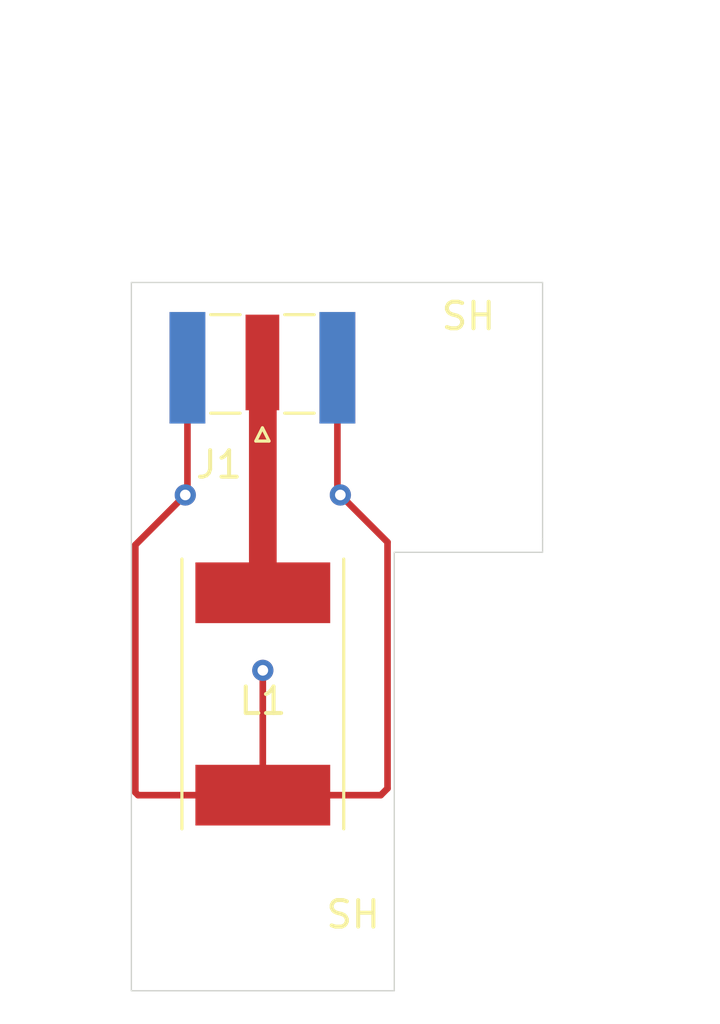
<source format=kicad_pcb>
(kicad_pcb (version 20211014) (generator pcbnew)
  (layers (0 "F.Cu" signal) (31 "B.Cu" signal) (34 "B.Paste" user) (35 "F.Paste" user) (36 "B.SilkS" user "B.Silkscreen") (37 "F.SilkS" user "F.Silkscreen") (38 "B.Mask" user) (39 "F.Mask" user) (44 "Edge.Cuts" user))
  (net 0 "")
  (net 1 "GND")
  (net 2 "Net-(J1-Pad1)")
  (footprint "Connector_Coaxial:SMA_Samtec_SMA-J-P-X-ST-EM1_EdgeMount" (layer "F.Cu") (at 139.05 99.9855 180)
    (fp_text reference "J1" (at 1.636 -3.6465) (layer "F.SilkS"))
    (fp_text value "Conn_Coaxial")
    (fp_line (start -0.25 -2.76) (end 0 -2.26) (layer "F.SilkS") (width 0.12))
    (fp_line (start 0.84 2) (end 1.95 2) (layer "F.SilkS") (width 0.12))
    (fp_line (start -1.95 2) (end -0.84 2) (layer "F.SilkS") (width 0.12))
    (fp_line (start 0.84 -1.71) (end 1.95 -1.71) (layer "F.SilkS") (width 0.12))
    (fp_line (start -1.95 -1.71) (end -0.84 -1.71) (layer "F.SilkS") (width 0.12))
    (fp_line (start 0.25 -2.76) (end -0.25 -2.76) (layer "F.SilkS") (width 0.12))
    (fp_line (start 0 -2.26) (end 0.25 -2.76) (layer "F.SilkS") (width 0.12))
    (pad "1" smd rect (at 0 0.2 180) (size 1.27 3.6) (layers "F.Cu" "F.Paste" "F.Mask") (net 2 "Net-(J1-Pad1)"))
    (pad "2" smd rect (at 2.825 0 180) (size 1.35 4.2) (layers "B.Cu" "B.Paste" "B.Mask") (net 1 "GND"))
    (pad "2" smd rect (at 2.825 0 180) (size 1.35 4.2) (layers "F.Cu" "F.Paste" "F.Mask") (net 1 "GND"))
    (pad "2" smd rect (at -2.825 0 180) (size 1.35 4.2) (layers "B.Cu" "B.Paste" "B.Mask") (net 1 "GND"))
    (pad "2" smd rect (at -2.825 0 180) (size 1.35 4.2) (layers "F.Cu" "F.Paste" "F.Mask") (net 1 "GND"))
  )
  (footprint "L_Coil:L_Coil" (layer "F.Cu") (at 139.065 109.474 180)
    (fp_text reference "L1" (at 0 -3.056) (layer "F.SilkS"))
    (fp_text value "L")
    (fp_line (start 3.048 -7.874) (end 3.048 2.286) (layer "F.SilkS") (width 0.12))
    (fp_line (start -3.048 -7.874) (end -3.048 2.286) (layer "F.SilkS") (width 0.12))
    (pad "1" smd rect locked (at 0 1.016 180) (size 5.08 2.286) (layers "F.Cu" "F.Paste" "F.Mask") (net 2 "Net-(J1-Pad1)"))
    (pad "2" smd rect locked (at 0 -6.604 180) (size 5.08 2.286) (layers "F.Cu" "F.Paste" "F.Mask") (net 1 "GND"))
  )
  (footprint "MountingHole:MountingHole_2.2mm_M2" (layer "F.Cu") (at 139.065 120.65)
    (fp_text reference "SH" (at 3.4036 -0.0762) (layer "F.SilkS"))
    (fp_text value "MountingHole_2.2mm_M2")
    (pad "" np_thru_hole circle (at 0 0) (size 2.2 2.2) (drill 2.2) (layers *.Cu *.Mask))
  )
  (footprint "MountingHole:MountingHole_2.2mm_M2" (layer "F.Cu") (at 146.812 101.346)
    (fp_text reference "SH" (at 0 -3.302) (layer "F.SilkS"))
    (fp_text value "MountingHole_2.2mm_M2")
    (pad "" np_thru_hole circle (at 0 0) (size 2.2 2.2) (drill 2.2) (layers *.Cu *.Mask))
  )
  (gr_line (start 149.606 96.774) (end 149.606 106.426) (layer "Edge.Cuts") (width 0.05))
  (gr_line (start 149.606 106.426) (end 149.606 106.934) (layer "Edge.Cuts") (width 0.05))
  (gr_line (start 144.018 106.934) (end 144.018 123.444) (layer "Edge.Cuts") (width 0.05))
  (gr_line (start 134.112 96.774) (end 149.606 96.774) (layer "Edge.Cuts") (width 0.05))
  (gr_line (start 144.018 123.444) (end 134.112 123.444) (layer "Edge.Cuts") (width 0.05))
  (gr_line (start 149.606 106.934) (end 144.018 106.934) (layer "Edge.Cuts") (width 0.05))
  (gr_line (start 134.112 123.444) (end 134.112 96.774) (layer "Edge.Cuts") (width 0.05))
  (segment (start 139.065 111.379) (end 139.065 116.078) (width 0.25) (layer "F.Cu") (net 1))
  (segment (start 136.225 99.9855) (end 136.225 104.694) (width 0.25) (layer "F.Cu") (net 1))
  (segment (start 141.875 99.9855) (end 141.875 104.664) (width 0.25) (layer "F.Cu") (net 1))
  (segment (start 134.366 116.078) (end 134.262 115.974) (width 0.25) (layer "F.Cu") (net 1))
  (segment (start 136.225 104.694) (end 136.144 104.775) (width 0.25) (layer "F.Cu") (net 1))
  (segment (start 136.144 104.775) (end 134.262 106.657) (width 0.25) (layer "F.Cu") (net 1))
  (segment (start 134.262 106.657) (end 134.262 115.974) (width 0.25) (layer "F.Cu") (net 1))
  (segment (start 141.986 104.775) (end 143.764 106.553) (width 0.25) (layer "F.Cu") (net 1))
  (segment (start 140.462 116.078) (end 139.065 116.078) (width 0.25) (layer "F.Cu") (net 1))
  (segment (start 139.065 116.078) (end 143.51 116.078) (width 0.25) (layer "F.Cu") (net 1))
  (segment (start 143.764 106.553) (end 143.764 115.824) (width 0.25) (layer "F.Cu") (net 1))
  (segment (start 143.51 116.078) (end 143.764 115.824) (width 0.25) (layer "F.Cu") (net 1))
  (segment (start 141.875 104.664) (end 141.986 104.775) (width 0.25) (layer "F.Cu") (net 1))
  (segment (start 139.065 116.078) (end 134.366 116.078) (width 0.25) (layer "F.Cu") (net 1))
  (via (at 141.986 104.775) (size 0.8) (drill 0.4) (layers "F.Cu" "B.Cu") (net 1))
  (via (at 136.144 104.775) (size 0.8) (drill 0.4) (layers "F.Cu" "B.Cu") (net 1))
  (via (at 139.065 111.379) (size 0.8) (drill 0.4) (layers "F.Cu" "B.Cu") (net 1))
  (segment (start 139.065 101.473) (end 139.065 108.458) (width 1.044) (layer "F.Cu") (net 2))
)
</source>
